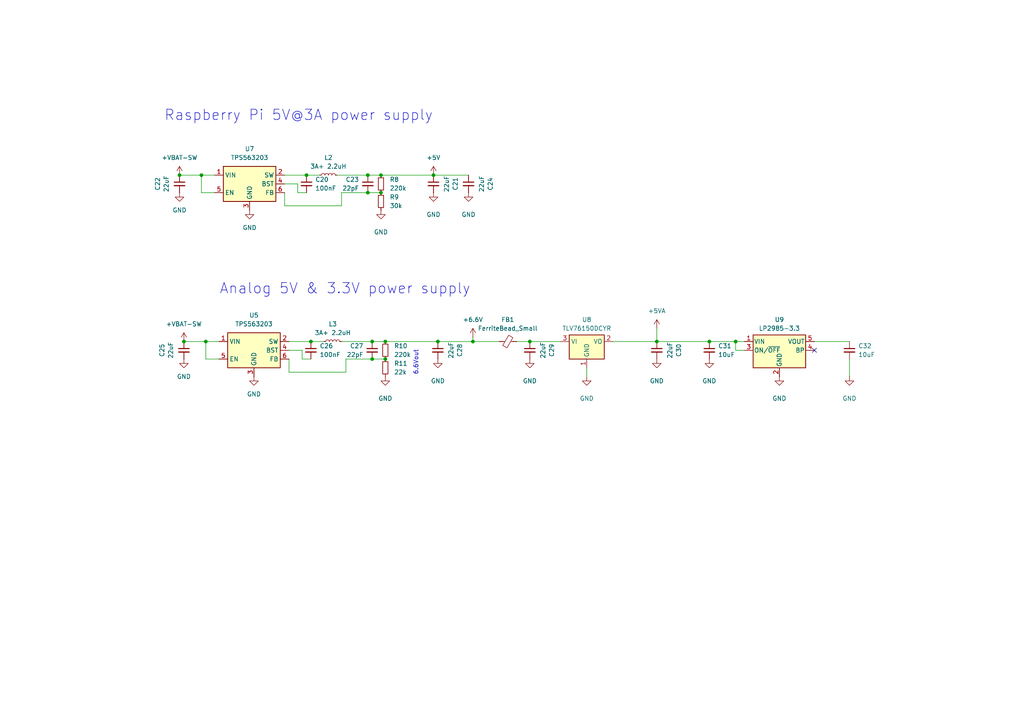
<source format=kicad_sch>
(kicad_sch (version 20231120) (generator "eeschema") (generator_version "8.0")
  (paper "A4")
  (lib_symbols
    (symbol "Device:C_Small" (pin_numbers hide) (pin_names (offset 0.254) hide)
      (property "Reference" "C" (at 0.254 1.778 0))
      (property "Value" "C_Small" (at 0.254 -2.032 0))
      (symbol "C_Small_0_1"
        (polyline (pts (xy -1.524 -0.508) (xy 1.524 -0.508)) (stroke (width 0.3302)))
        (polyline (pts (xy -1.524 0.508) (xy 1.524 0.508)) (stroke (width 0.3048)))
      )
      (symbol "C_Small_1_1"
        (pin passive line (at 0 2.54 270) (length 2.032) (name "~") (number "1"))
        (pin passive line (at 0 -2.54 90) (length 2.032) (name "~") (number "2"))
      )
    )
    (symbol "Device:FerriteBead_Small" (pin_numbers hide) (pin_names (offset 0))
      (property "Reference" "FB" (at 1.905 1.27 0))
      (property "Value" "FerriteBead_Small" (at 1.905 -1.27 0))
      (symbol "FerriteBead_Small_0_1"
        (polyline (pts (xy 0 -1.27) (xy 0 -0.7874)))
        (polyline (pts (xy 0 0.889) (xy 0 1.2954)))
        (polyline (pts (xy -1.8288 0.2794) (xy -1.1176 1.4986) (xy 1.8288 -0.2032) (xy 1.1176 -1.4224) (xy -1.8288 0.2794)))
      )
      (symbol "FerriteBead_Small_1_1"
        (pin passive line (at 0 2.54 270) (length 1.27) (name "~") (number "1"))
        (pin passive line (at 0 -2.54 90) (length 1.27) (name "~") (number "2"))
      )
    )
    (symbol "Device:L_Small" (pin_numbers hide) (pin_names (offset 0.254) hide)
      (property "Reference" "L" (at 0.762 1.016 0))
      (property "Value" "L_Small" (at 0.762 -1.016 0))
      (symbol "L_Small_0_1"
        (arc (start 0 -2.032) (mid 0.5058 -1.524) (end 0 -1.016))
        (arc (start 0 -1.016) (mid 0.5058 -0.508) (end 0 0))
        (arc (start 0 0) (mid 0.5058 0.508) (end 0 1.016))
        (arc (start 0 1.016) (mid 0.5058 1.524) (end 0 2.032))
      )
      (symbol "L_Small_1_1"
        (pin passive line (at 0 2.54 270) (length 0.508) (name "~") (number "1"))
        (pin passive line (at 0 -2.54 90) (length 0.508) (name "~") (number "2"))
      )
    )
    (symbol "Device:R_Small" (pin_numbers hide) (pin_names (offset 0.254) hide)
      (property "Reference" "R" (at 0.762 0.508 0))
      (property "Value" "R_Small" (at 0.762 -1.016 0))
      (symbol "R_Small_0_1"
        (rectangle (start -0.762 1.778) (end 0.762 -1.778) (stroke (width 0.2032)))
      )
      (symbol "R_Small_1_1"
        (pin passive line (at 0 2.54 270) (length 0.762) (name "~") (number "1"))
        (pin passive line (at 0 -2.54 90) (length 0.762) (name "~") (number "2"))
      )
    )
    (symbol "Regulator_Linear:LP2985-3.3" (pin_names (offset 0.254))
      (property "Reference" "U" (at -6.35 5.715 0))
      (property "Value" "LP2985-3.3" (at 0 5.715 0))
      (symbol "LP2985-3.3_0_1"
        (rectangle (start -7.62 -5.08) (end 7.62 4.445) (stroke (width 0.254)) (fill (type background)))
      )
      (symbol "LP2985-3.3_1_1"
        (pin power_in line (at -10.16 2.54 0) (length 2.54) (name "VIN") (number "1"))
        (pin power_in line (at 0 -7.62 90) (length 2.54) (name "GND") (number "2"))
        (pin input line (at -10.16 0 0) (length 2.54) (name "ON/~{OFF}") (number "3"))
        (pin input line (at 10.16 0 180) (length 2.54) (name "BP") (number "4"))
        (pin power_out line (at 10.16 2.54 180) (length 2.54) (name "VOUT") (number "5"))
      )
    )
    (symbol "Regulator_Linear:TLV76150DCY"
      (property "Reference" "U" (at -7.62 6.35 0))
      (property "Value" "TLV76150DCY" (at -1.27 6.35 0))
      (symbol "TLV76150DCY_0_1"
        (rectangle (start -5.08 -5.08) (end 5.08 1.905) (stroke (width 0.254)) (fill (type background)))
      )
      (symbol "TLV76150DCY_1_1"
        (pin power_in line (at 0 -7.62 90) (length 2.54) (name "GND") (number "1"))
        (pin power_out line (at 7.62 0 180) (length 2.54) (name "VO") (number "2"))
        (pin power_in line (at -7.62 0 0) (length 2.54) (name "VI") (number "3"))
      )
    )
    (symbol "Regulator_Switching:TPS563202S"
      (property "Reference" "U" (at -7.62 6.35 0))
      (property "Value" "TPS563202S" (at -2.54 6.35 0))
      (symbol "TPS563202S_0_1"
        (rectangle (start -7.62 5.08) (end 7.62 -5.08) (stroke (width 0.254)) (fill (type background)))
      )
      (symbol "TPS563202S_1_1"
        (pin power_in line (at -10.16 2.54 0) (length 2.54) (name "VIN") (number "1"))
        (pin output line (at 10.16 2.54 180) (length 2.54) (name "SW") (number "2"))
        (pin power_in line (at 0 -7.62 90) (length 2.54) (name "GND") (number "3"))
        (pin passive line (at 10.16 0 180) (length 2.54) (name "BST") (number "4"))
        (pin input line (at -10.16 -2.54 0) (length 2.54) (name "EN") (number "5"))
        (pin input line (at 10.16 -2.54 180) (length 2.54) (name "FB") (number "6"))
      )
    )
    (symbol "power:+5V" (power) (pin_numbers hide) (pin_names (offset 0) hide)
      (property "Value" "+5V" (at 0 3.556 0))
      (symbol "+5V_0_1"
        (polyline (pts (xy -0.762 1.27) (xy 0 2.54)))
        (polyline (pts (xy 0 0) (xy 0 2.54)))
        (polyline (pts (xy 0 2.54) (xy 0.762 1.27)))
      )
      (symbol "+5V_1_1"
        (pin power_in line (at 0 0 90) (length 0) (name "~") (number "1"))
      )
    )
    (symbol "power:+5VA" (power) (pin_numbers hide) (pin_names (offset 0) hide)
      (property "Value" "+5VA" (at 0 3.556 0))
      (symbol "+5VA_0_1"
        (polyline (pts (xy -0.762 1.27) (xy 0 2.54)))
        (polyline (pts (xy 0 0) (xy 0 2.54)))
        (polyline (pts (xy 0 2.54) (xy 0.762 1.27)))
      )
      (symbol "+5VA_1_1"
        (pin power_in line (at 0 0 90) (length 0) (name "~") (number "1"))
      )
    )
    (symbol "power:GND" (power) (pin_numbers hide) (pin_names (offset 0) hide)
      (property "Value" "GND" (at 0 -3.81 0))
      (symbol "GND_0_1"
        (polyline (pts (xy 0 0) (xy 0 -1.27) (xy 1.27 -1.27) (xy 0 -2.54) (xy -1.27 -1.27) (xy 0 -1.27)))
      )
      (symbol "GND_1_1"
        (pin power_in line (at 0 0 270) (length 0) (name "~") (number "1"))
      )
    )
  )
  (junction (at 88.9 50.8))
  (junction (at 110.49 55.88))
  (junction (at 111.76 104.14))
  (junction (at 111.76 99.06))
  (junction (at 107.95 104.14))
  (junction (at 106.68 50.8))
  (junction (at 59.69 99.06))
  (junction (at 127 99.06))
  (junction (at 125.73 50.8))
  (junction (at 106.68 55.88))
  (junction (at 110.49 50.8))
  (junction (at 190.5 99.06))
  (junction (at 53.34 99.06))
  (junction (at 90.17 99.06))
  (junction (at 58.42 50.8))
  (junction (at 205.74 99.06))
  (junction (at 52.07 50.8))
  (junction (at 213.36 99.06))
  (junction (at 137.16 99.06))
  (junction (at 107.95 99.06))
  (junction (at 153.67 99.06))
  (no_connect (at 236.22 101.6))
  (wire (pts (xy 52.07 50.8) (xy 58.42 50.8)))
  (wire (pts (xy 190.5 95.25) (xy 190.5 99.06)))
  (wire (pts (xy 106.68 55.88) (xy 110.49 55.88)))
  (wire (pts (xy 236.22 99.06) (xy 246.38 99.06)))
  (wire (pts (xy 125.73 50.8) (xy 135.89 50.8)))
  (wire (pts (xy 87.63 101.6) (xy 83.82 101.6)))
  (wire (pts (xy 190.5 99.06) (xy 205.74 99.06)))
  (wire (pts (xy 83.82 99.06) (xy 90.17 99.06)))
  (wire (pts (xy 127 99.06) (xy 137.16 99.06)))
  (wire (pts (xy 82.55 59.69) (xy 99.06 59.69)))
  (wire (pts (xy 82.55 55.88) (xy 82.55 59.69)))
  (wire (pts (xy 88.9 50.8) (xy 92.71 50.8)))
  (wire (pts (xy 205.74 99.06) (xy 213.36 99.06)))
  (wire (pts (xy 53.34 99.06) (xy 59.69 99.06)))
  (wire (pts (xy 100.33 104.14) (xy 100.33 107.95)))
  (wire (pts (xy 213.36 99.06) (xy 215.9 99.06)))
  (wire (pts (xy 88.9 55.88) (xy 86.36 55.88)))
  (wire (pts (xy 246.38 104.14) (xy 246.38 109.22)))
  (wire (pts (xy 149.86 99.06) (xy 153.67 99.06)))
  (wire (pts (xy 83.82 107.95) (xy 100.33 107.95)))
  (wire (pts (xy 62.23 55.88) (xy 58.42 55.88)))
  (wire (pts (xy 58.42 50.8) (xy 62.23 50.8)))
  (wire (pts (xy 58.42 55.88) (xy 58.42 50.8)))
  (wire (pts (xy 177.8 99.06) (xy 190.5 99.06)))
  (wire (pts (xy 87.63 104.14) (xy 87.63 101.6)))
  (wire (pts (xy 137.16 97.79) (xy 137.16 99.06)))
  (wire (pts (xy 59.69 99.06) (xy 63.5 99.06)))
  (wire (pts (xy 137.16 99.06) (xy 144.78 99.06)))
  (wire (pts (xy 97.79 50.8) (xy 106.68 50.8)))
  (wire (pts (xy 83.82 104.14) (xy 83.82 107.95)))
  (wire (pts (xy 170.18 106.68) (xy 170.18 109.22)))
  (wire (pts (xy 99.06 99.06) (xy 107.95 99.06)))
  (wire (pts (xy 213.36 101.6) (xy 213.36 99.06)))
  (wire (pts (xy 90.17 104.14) (xy 87.63 104.14)))
  (wire (pts (xy 106.68 50.8) (xy 110.49 50.8)))
  (wire (pts (xy 100.33 104.14) (xy 107.95 104.14)))
  (wire (pts (xy 63.5 104.14) (xy 59.69 104.14)))
  (wire (pts (xy 99.06 55.88) (xy 106.68 55.88)))
  (wire (pts (xy 86.36 55.88) (xy 86.36 53.34)))
  (wire (pts (xy 59.69 104.14) (xy 59.69 99.06)))
  (wire (pts (xy 215.9 101.6) (xy 213.36 101.6)))
  (wire (pts (xy 153.67 99.06) (xy 162.56 99.06)))
  (wire (pts (xy 86.36 53.34) (xy 82.55 53.34)))
  (wire (pts (xy 99.06 55.88) (xy 99.06 59.69)))
  (wire (pts (xy 110.49 50.8) (xy 125.73 50.8)))
  (wire (pts (xy 82.55 50.8) (xy 88.9 50.8)))
  (wire (pts (xy 107.95 104.14) (xy 111.76 104.14)))
  (wire (pts (xy 90.17 99.06) (xy 93.98 99.06)))
  (wire (pts (xy 111.76 99.06) (xy 127 99.06)))
  (wire (pts (xy 107.95 99.06) (xy 111.76 99.06)))
  (text "Raspberry Pi 5V@3A power supply" (at 86.614 33.528 0) (effects (font (size 3 3))))
  (text "Analog 5V & 3.3V power supply" (at 100.076 83.82 0) (effects (font (size 3 3))))
  (text "6.6Vout" (at 120.65 105.156 90) (effects (font (size 1.27 1.27))))
  (symbol (lib_id "power:GND") (at 153.67 104.14 0) (unit 1)
    (property "Reference" "#PWR048" (effects (hide yes)))
    (property "Value" "GND" (at 153.67 110.49 0))
    (property "Description" "Power symbol creates a global label with name \"GND\" , ground" (effects (hide yes)))
  )
  (symbol (lib_id "power:+5V") (at 53.34 99.06 0) (unit 1)
    (property "Reference" "#PWR039" (effects (hide yes)))
    (property "Value" "+VBAT-SW" (at 53.34 93.98 0))
  )
  (symbol (lib_id "power:+5V") (at 137.16 97.79 0) (unit 1)
    (property "Reference" "#PWR046" (effects (hide yes)))
    (property "Value" "+6.6V" (at 137.16 92.71 0))
  )
  (symbol (lib_id "Device:C_Small") (at 106.68 53.34 0) (unit 1)
    (property "Reference" "C23" (at 104.14 52.0762 0) (effects (justify right)))
    (property "Value" "22pF" (at 104.14 54.6162 0) (effects (justify right)))
    (property "Footprint" "Capacitor_SMD:C_0603_1608Metric" (effects (hide yes)))
    (property "Description" "Unpolarized capacitor, small symbol" (effects (hide yes)))
  )
  (symbol (lib_id "Regulator_Switching:TPS563202S") (at 73.66 101.6 0) (unit 1)
    (property "Reference" "U5" (at 73.66 91.44 0))
    (property "Value" "TPS563203" (at 73.66 93.98 0))
    (property "Footprint" "Package_TO_SOT_SMD:SOT-563" (effects (hide yes)))
    (property "Datasheet" "https://www.ti.com/lit/ds/symlink/tps563202s.pdf" (effects (hide yes)))
    (property "Description" "3A Synchronous Step-Down Voltage Regulator, Adjustable Output Voltage, 4.3-17V Input Voltage, 0.806-7V Output Voltage, SOT-563" (effects (hide yes)))
  )
  (symbol (lib_id "Device:R_Small") (at 110.49 53.34 0) (unit 1)
    (property "Reference" "R8" (at 113.03 52.0699 0) (effects (justify left)))
    (property "Value" "220k" (at 113.03 54.6099 0) (effects (justify left)))
    (property "Footprint" "Resistor_SMD:R_0603_1608Metric" (effects (hide yes)))
    (property "Description" "Resistor, small symbol" (effects (hide yes)))
  )
  (symbol (lib_id "power:GND") (at 226.06 109.22 0) (unit 1)
    (property "Reference" "#PWR053" (effects (hide yes)))
    (property "Value" "GND" (at 226.06 115.57 0))
    (property "Description" "Power symbol creates a global label with name \"GND\" , ground" (effects (hide yes)))
  )
  (symbol (lib_id "Device:FerriteBead_Small") (at 147.32 99.06 90) (unit 1)
    (property "Reference" "FB1" (at 147.2819 92.71 90))
    (property "Value" "FerriteBead_Small" (at 147.2819 95.25 90))
    (property "Description" "Ferrite bead, small symbol" (effects (hide yes)))
  )
  (symbol (lib_id "Device:R_Small") (at 111.76 106.68 0) (unit 1)
    (property "Reference" "R11" (at 114.3 105.4099 0) (effects (justify left)))
    (property "Value" "22k" (at 114.3 107.9499 0) (effects (justify left)))
    (property "Footprint" "Resistor_SMD:R_0603_1608Metric" (effects (hide yes)))
    (property "Description" "Resistor, small symbol" (effects (hide yes)))
  )
  (symbol (lib_id "Regulator_Linear:TLV76150DCY") (at 170.18 99.06 0) (unit 1)
    (property "Reference" "U8" (at 170.18 92.71 0))
    (property "Value" "TLV76150DCYR" (at 170.18 95.25 0))
    (property "Footprint" "Package_TO_SOT_SMD:SOT-223-3_TabPin2" (effects (hide yes)))
    (property "Datasheet" "https://www.ti.com/lit/ds/symlink/tlv761.pdf" (effects (hide yes)))
    (property "Description" "5.0V, 1A, Low Noise, High-PSRR LDO Regulator, 2.5V...16V input, SOT-223" (effects (hide yes)))
  )
  (symbol (lib_id "power:GND") (at 52.07 55.88 0) (unit 1)
    (property "Reference" "#PWR037" (effects (hide yes)))
    (property "Value" "GND" (at 52.07 60.96 0))
    (property "Description" "Power symbol creates a global label with name \"GND\" , ground" (effects (hide yes)))
  )
  (symbol (lib_id "Device:C_Small") (at 53.34 101.6 0) (mirror y) (unit 1)
    (property "Reference" "C25" (at 46.99 101.6063 90))
    (property "Value" "22uF" (at 49.53 101.6063 90))
    (property "Footprint" "Capacitor_SMD:C_1206_3216Metric" (effects (hide yes)))
    (property "Description" "Unpolarized capacitor, small symbol" (effects (hide yes)))
  )
  (symbol (lib_id "Device:C_Small") (at 153.67 101.6 0) (unit 1)
    (property "Reference" "C29" (at 160.02 101.6063 90))
    (property "Value" "22uF" (at 157.48 101.6063 90))
    (property "Footprint" "Capacitor_SMD:C_1206_3216Metric" (effects (hide yes)))
    (property "Description" "Unpolarized capacitor, small symbol" (effects (hide yes)))
  )
  (symbol (lib_id "power:GND") (at 125.73 55.88 0) (unit 1)
    (property "Reference" "#PWR036" (effects (hide yes)))
    (property "Value" "GND" (at 125.73 62.23 0))
    (property "Description" "Power symbol creates a global label with name \"GND\" , ground" (effects (hide yes)))
  )
  (symbol (lib_id "Device:C_Small") (at 52.07 53.34 0) (mirror y) (unit 1)
    (property "Reference" "C22" (at 45.72 53.3463 90))
    (property "Value" "22uF" (at 48.26 53.3463 90))
    (property "Footprint" "Capacitor_SMD:C_1206_3216Metric" (effects (hide yes)))
    (property "Description" "Unpolarized capacitor, small symbol" (effects (hide yes)))
  )
  (symbol (lib_id "power:GND") (at 72.39 60.96 0) (unit 1)
    (property "Reference" "#PWR05" (effects (hide yes)))
    (property "Value" "GND" (at 72.39 66.04 0))
    (property "Description" "Power symbol creates a global label with name \"GND\" , ground" (effects (hide yes)))
  )
  (symbol (lib_id "power:GND") (at 53.34 104.14 0) (unit 1)
    (property "Reference" "#PWR043" (effects (hide yes)))
    (property "Value" "GND" (at 53.34 109.22 0))
    (property "Description" "Power symbol creates a global label with name \"GND\" , ground" (effects (hide yes)))
  )
  (symbol (lib_id "Device:C_Small") (at 190.5 101.6 0) (unit 1)
    (property "Reference" "C30" (at 196.85 101.6063 90))
    (property "Value" "22uF" (at 194.31 101.6063 90))
    (property "Footprint" "Capacitor_SMD:C_1206_3216Metric" (effects (hide yes)))
    (property "Description" "Unpolarized capacitor, small symbol" (effects (hide yes)))
  )
  (symbol (lib_id "Device:C_Small") (at 107.95 101.6 0) (unit 1)
    (property "Reference" "C27" (at 105.41 100.3362 0) (effects (justify right)))
    (property "Value" "22pF" (at 105.41 102.8762 0) (effects (justify right)))
    (property "Footprint" "Capacitor_SMD:C_0603_1608Metric" (effects (hide yes)))
    (property "Description" "Unpolarized capacitor, small symbol" (effects (hide yes)))
  )
  (symbol (lib_id "power:GND") (at 246.38 109.22 0) (unit 1)
    (property "Reference" "#PWR054" (effects (hide yes)))
    (property "Value" "GND" (at 246.38 115.57 0))
    (property "Description" "Power symbol creates a global label with name \"GND\" , ground" (effects (hide yes)))
  )
  (symbol (lib_id "Device:R_Small") (at 110.49 58.42 0) (unit 1)
    (property "Reference" "R9" (at 113.03 57.1499 0) (effects (justify left)))
    (property "Value" "30k" (at 113.03 59.6899 0) (effects (justify left)))
    (property "Footprint" "Resistor_SMD:R_0603_1608Metric" (effects (hide yes)))
    (property "Description" "Resistor, small symbol" (effects (hide yes)))
  )
  (symbol (lib_id "Regulator_Linear:LP2985-3.3") (at 226.06 101.6 0) (unit 1)
    (property "Reference" "U9" (at 226.06 92.71 0))
    (property "Value" "LP2985-3.3" (at 226.06 95.25 0))
    (property "Footprint" "Package_TO_SOT_SMD:SOT-23-5" (effects (hide yes)))
    (property "Datasheet" "http://www.ti.com/lit/ds/symlink/lp2985.pdf" (effects (hide yes)))
    (property "Description" "150mA 16V Low-noise Low-dropout Regulator With Shutdown, 3.3V output voltage, SOT-23-5" (effects (hide yes)))
  )
  (symbol (lib_id "power:GND") (at 170.18 109.22 0) (unit 1)
    (property "Reference" "#PWR050" (effects (hide yes)))
    (property "Value" "GND" (at 170.18 115.57 0))
    (property "Description" "Power symbol creates a global label with name \"GND\" , ground" (effects (hide yes)))
  )
  (symbol (lib_id "power:GND") (at 135.89 55.88 0) (unit 1)
    (property "Reference" "#PWR041" (effects (hide yes)))
    (property "Value" "GND" (at 135.89 62.23 0))
    (property "Description" "Power symbol creates a global label with name \"GND\" , ground" (effects (hide yes)))
  )
  (symbol (lib_id "power:+5V") (at 52.07 50.8 0) (unit 1)
    (property "Reference" "#PWR063" (effects (hide yes)))
    (property "Value" "+VBAT-SW" (at 52.07 45.72 0))
  )
  (symbol (lib_id "Device:L_Small") (at 95.25 50.8 90) (unit 1)
    (property "Reference" "L2" (at 95.25 45.72 90))
    (property "Value" "3A+ 2.2uH" (at 95.25 48.26 90))
    (property "Footprint" "Inductor_SMD:L_SXN_SMDRI124" (effects (hide yes)))
    (property "Description" "Inductor, small symbol" (effects (hide yes)))
    (property "MPN" "CYH125-2.2UH" (effects (hide yes)))
    (property "LCSC Part #" "C7431076" (effects (hide yes)))
  )
  (symbol (lib_id "Device:R_Small") (at 111.76 101.6 0) (unit 1)
    (property "Reference" "R10" (at 114.3 100.3299 0) (effects (justify left)))
    (property "Value" "220k" (at 114.3 102.8699 0) (effects (justify left)))
    (property "Footprint" "Resistor_SMD:R_0603_1608Metric" (effects (hide yes)))
    (property "Description" "Resistor, small symbol" (effects (hide yes)))
  )
  (symbol (lib_id "power:GND") (at 190.5 104.14 0) (unit 1)
    (property "Reference" "#PWR051" (effects (hide yes)))
    (property "Value" "GND" (at 190.5 110.49 0))
    (property "Description" "Power symbol creates a global label with name \"GND\" , ground" (effects (hide yes)))
  )
  (symbol (lib_id "Device:C_Small") (at 88.9 53.34 0) (mirror y) (unit 1)
    (property "Reference" "C20" (at 91.44 52.0762 0) (effects (justify right)))
    (property "Value" "100nF" (at 91.44 54.6162 0) (effects (justify right)))
    (property "Footprint" "Capacitor_SMD:C_0603_1608Metric" (effects (hide yes)))
    (property "Description" "Unpolarized capacitor, small symbol" (effects (hide yes)))
  )
  (symbol (lib_id "Device:L_Small") (at 96.52 99.06 90) (unit 1)
    (property "Reference" "L3" (at 96.52 93.98 90))
    (property "Value" "3A+ 2.2uH" (at 96.52 96.52 90))
    (property "Footprint" "Inductor_SMD:L_SXN_SMDRI124" (effects (hide yes)))
    (property "Description" "Inductor, small symbol" (effects (hide yes)))
    (property "MPN" "CYH125-2.2UH" (effects (hide yes)))
    (property "LCSC Part #" "C7431076" (effects (hide yes)))
  )
  (symbol (lib_id "power:GND") (at 111.76 109.22 0) (unit 1)
    (property "Reference" "#PWR045" (effects (hide yes)))
    (property "Value" "GND" (at 111.76 115.57 0))
    (property "Description" "Power symbol creates a global label with name \"GND\" , ground" (effects (hide yes)))
  )
  (symbol (lib_id "Device:C_Small") (at 125.73 53.34 0) (unit 1)
    (property "Reference" "C21" (at 132.08 53.3463 90))
    (property "Value" "22uF" (at 129.54 53.3463 90))
    (property "Footprint" "Capacitor_SMD:C_1206_3216Metric" (effects (hide yes)))
    (property "Description" "Unpolarized capacitor, small symbol" (effects (hide yes)))
  )
  (symbol (lib_id "power:+5V") (at 125.73 50.8 0) (unit 1)
    (property "Reference" "#PWR038" (effects (hide yes)))
    (property "Value" "+5V" (at 125.73 45.72 0))
    (property "Description" "Power symbol creates a global label with name \"+5V\"" (effects (hide yes)))
  )
  (symbol (lib_id "Device:C_Small") (at 90.17 101.6 0) (mirror y) (unit 1)
    (property "Reference" "C26" (at 92.71 100.3362 0) (effects (justify right)))
    (property "Value" "100nF" (at 92.71 102.8762 0) (effects (justify right)))
    (property "Footprint" "Capacitor_SMD:C_0603_1608Metric" (effects (hide yes)))
    (property "Description" "Unpolarized capacitor, small symbol" (effects (hide yes)))
  )
  (symbol (lib_id "power:GND") (at 127 104.14 0) (unit 1)
    (property "Reference" "#PWR047" (effects (hide yes)))
    (property "Value" "GND" (at 127 110.49 0))
    (property "Description" "Power symbol creates a global label with name \"GND\" , ground" (effects (hide yes)))
  )
  (symbol (lib_id "power:+5VA") (at 190.5 95.25 0) (unit 1)
    (property "Reference" "#PWR049" (effects (hide yes)))
    (property "Value" "+5VA" (at 190.5 90.17 0))
    (property "Description" "Power symbol creates a global label with name \"+5VA\"" (effects (hide yes)))
  )
  (symbol (lib_id "Regulator_Switching:TPS563202S") (at 72.39 53.34 0) (unit 1)
    (property "Reference" "U7" (at 72.39 43.18 0))
    (property "Value" "TPS563203" (at 72.39 45.72 0))
    (property "Footprint" "Package_TO_SOT_SMD:SOT-563" (effects (hide yes)))
    (property "Datasheet" "https://www.ti.com/lit/ds/symlink/tps563202s.pdf" (effects (hide yes)))
    (property "Description" "3A Synchronous Step-Down Voltage Regulator, Adjustable Output Voltage, 4.3-17V Input Voltage, 0.806-7V Output Voltage, SOT-563" (effects (hide yes)))
  )
  (symbol (lib_id "power:GND") (at 73.66 109.22 0) (unit 1)
    (property "Reference" "#PWR044" (effects (hide yes)))
    (property "Value" "GND" (at 73.66 114.3 0))
    (property "Description" "Power symbol creates a global label with name \"GND\" , ground" (effects (hide yes)))
  )
  (symbol (lib_id "Device:C_Small") (at 246.38 101.6 0) (unit 1)
    (property "Reference" "C32" (at 248.92 100.3362 0) (effects (justify left)))
    (property "Value" "10uF" (at 248.92 102.8762 0) (effects (justify left)))
    (property "Footprint" "Capacitor_SMD:C_0603_1608Metric" (effects (hide yes)))
    (property "Description" "Unpolarized capacitor, small symbol" (effects (hide yes)))
  )
  (symbol (lib_id "Device:C_Small") (at 135.89 53.34 0) (unit 1)
    (property "Reference" "C24" (at 142.24 53.3463 90))
    (property "Value" "22uF" (at 139.7 53.3463 90))
    (property "Footprint" "Capacitor_SMD:C_1206_3216Metric" (effects (hide yes)))
    (property "Description" "Unpolarized capacitor, small symbol" (effects (hide yes)))
  )
  (symbol (lib_id "power:GND") (at 205.74 104.14 0) (unit 1)
    (property "Reference" "#PWR052" (effects (hide yes)))
    (property "Value" "GND" (at 205.74 110.49 0))
    (property "Description" "Power symbol creates a global label with name \"GND\" , ground" (effects (hide yes)))
  )
  (symbol (lib_id "Device:C_Small") (at 205.74 101.6 0) (unit 1)
    (property "Reference" "C31" (at 208.28 100.3362 0) (effects (justify left)))
    (property "Value" "10uF" (at 208.28 102.8762 0) (effects (justify left)))
    (property "Footprint" "Capacitor_SMD:C_0603_1608Metric" (effects (hide yes)))
    (property "Description" "Unpolarized capacitor, small symbol" (effects (hide yes)))
  )
  (symbol (lib_id "Device:C_Small") (at 127 101.6 0) (unit 1)
    (property "Reference" "C28" (at 133.35 101.6063 90))
    (property "Value" "22uF" (at 130.81 101.6063 90))
    (property "Footprint" "Capacitor_SMD:C_1206_3216Metric" (effects (hide yes)))
    (property "Description" "Unpolarized capacitor, small symbol" (effects (hide yes)))
  )
  (symbol (lib_id "power:GND") (at 110.49 60.96 0) (unit 1)
    (property "Reference" "#PWR035" (effects (hide yes)))
    (property "Value" "GND" (at 110.49 67.31 0))
    (property "Description" "Power symbol creates a global label with name \"GND\" , ground" (effects (hide yes)))
  )
)
</source>
